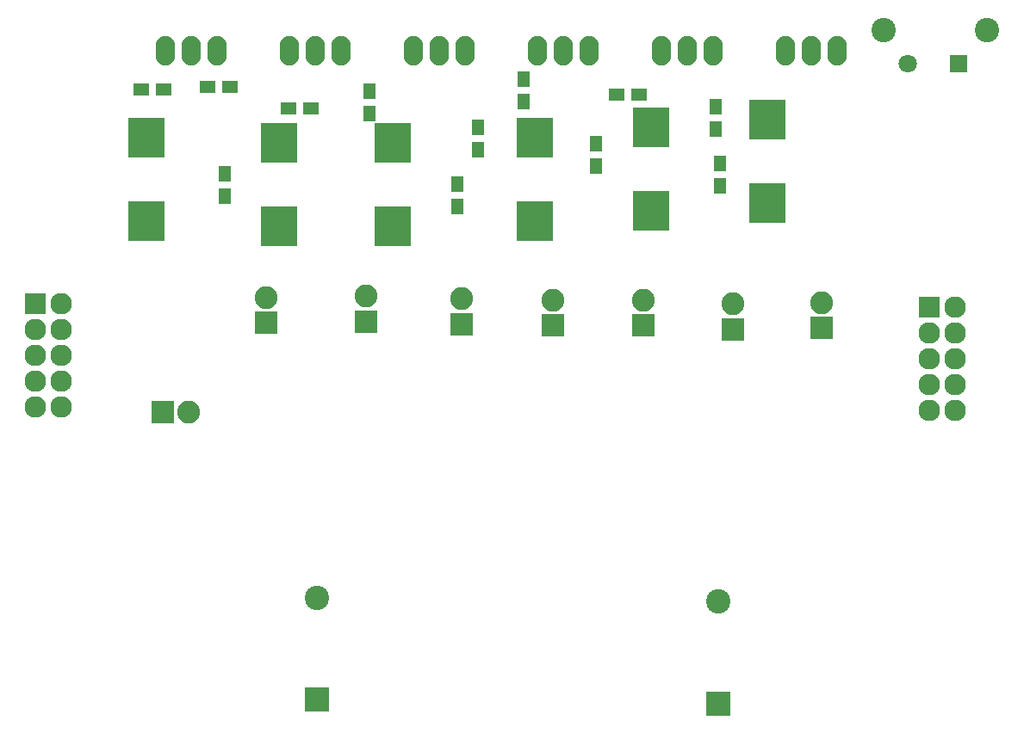
<source format=gts>
G04 #@! TF.FileFunction,Soldermask,Top*
%FSLAX46Y46*%
G04 Gerber Fmt 4.6, Leading zero omitted, Abs format (unit mm)*
G04 Created by KiCad (PCBNEW 4.0.7-e1-6374~58~ubuntu14.04.1) date Wed Aug  9 00:51:57 2017*
%MOMM*%
%LPD*%
G01*
G04 APERTURE LIST*
%ADD10C,0.100000*%
%ADD11R,2.127200X2.127200*%
%ADD12O,2.127200X2.127200*%
%ADD13R,3.600000X4.000000*%
%ADD14R,1.600000X1.300000*%
%ADD15R,1.300000X1.600000*%
%ADD16O,1.901140X2.899360*%
%ADD17R,2.250000X2.250000*%
%ADD18C,2.250000*%
%ADD19R,1.800000X1.800000*%
%ADD20C,1.800000*%
%ADD21C,2.398980*%
%ADD22R,2.400000X2.400000*%
%ADD23C,2.400000*%
G04 APERTURE END LIST*
D10*
D11*
X37211000Y-82550000D03*
D12*
X39751000Y-82550000D03*
X37211000Y-85090000D03*
X39751000Y-85090000D03*
X37211000Y-87630000D03*
X39751000Y-87630000D03*
X37211000Y-90170000D03*
X39751000Y-90170000D03*
X37211000Y-92710000D03*
X39751000Y-92710000D03*
D13*
X97790000Y-65242000D03*
X97790000Y-73442000D03*
X109220000Y-64480000D03*
X109220000Y-72680000D03*
X86360000Y-66258000D03*
X86360000Y-74458000D03*
X72390000Y-66766000D03*
X72390000Y-74966000D03*
X48133000Y-66258000D03*
X48133000Y-74458000D03*
X61214000Y-66766000D03*
X61214000Y-74966000D03*
D14*
X54145000Y-61214000D03*
X56345000Y-61214000D03*
D15*
X70104000Y-63838000D03*
X70104000Y-61638000D03*
D14*
X96604000Y-61976000D03*
X94404000Y-61976000D03*
D15*
X92329000Y-69045000D03*
X92329000Y-66845000D03*
X104140000Y-65362000D03*
X104140000Y-63162000D03*
D14*
X64346000Y-63373000D03*
X62146000Y-63373000D03*
D15*
X80772000Y-67394000D03*
X80772000Y-65194000D03*
X78740000Y-70782000D03*
X78740000Y-72982000D03*
D14*
X49868000Y-61468000D03*
X47668000Y-61468000D03*
D15*
X104521000Y-68750000D03*
X104521000Y-70950000D03*
X85217000Y-60495000D03*
X85217000Y-62695000D03*
X55880000Y-69766000D03*
X55880000Y-71966000D03*
D16*
X52578000Y-57658000D03*
X50038000Y-57658000D03*
X55118000Y-57658000D03*
X64770000Y-57658000D03*
X62230000Y-57658000D03*
X67310000Y-57658000D03*
X76962000Y-57658000D03*
X74422000Y-57658000D03*
X79502000Y-57658000D03*
X89154000Y-57658000D03*
X86614000Y-57658000D03*
X91694000Y-57658000D03*
X101346000Y-57658000D03*
X98806000Y-57658000D03*
X103886000Y-57658000D03*
X113538000Y-57658000D03*
X110998000Y-57658000D03*
X116078000Y-57658000D03*
D17*
X114554000Y-84963000D03*
D18*
X114554000Y-82463000D03*
D17*
X59944000Y-84455000D03*
D18*
X59944000Y-81955000D03*
D17*
X69723000Y-84328000D03*
D18*
X69723000Y-81828000D03*
D17*
X79121000Y-84582000D03*
D18*
X79121000Y-82082000D03*
D17*
X88138000Y-84709000D03*
D18*
X88138000Y-82209000D03*
D17*
X97028000Y-84709000D03*
D18*
X97028000Y-82209000D03*
D17*
X105791000Y-85090000D03*
D18*
X105791000Y-82590000D03*
D17*
X49784000Y-93218000D03*
D18*
X52284000Y-93218000D03*
D11*
X125095000Y-82931000D03*
D12*
X127635000Y-82931000D03*
X125095000Y-85471000D03*
X127635000Y-85471000D03*
X125095000Y-88011000D03*
X127635000Y-88011000D03*
X125095000Y-90551000D03*
X127635000Y-90551000D03*
X125095000Y-93091000D03*
X127635000Y-93091000D03*
D19*
X128016000Y-58928000D03*
D20*
X123016000Y-58928000D03*
D21*
X130810000Y-55626000D03*
X120650000Y-55626000D03*
D22*
X64897000Y-121539000D03*
D23*
X64897000Y-111539000D03*
D22*
X104394000Y-121920000D03*
D23*
X104394000Y-111920000D03*
M02*

</source>
